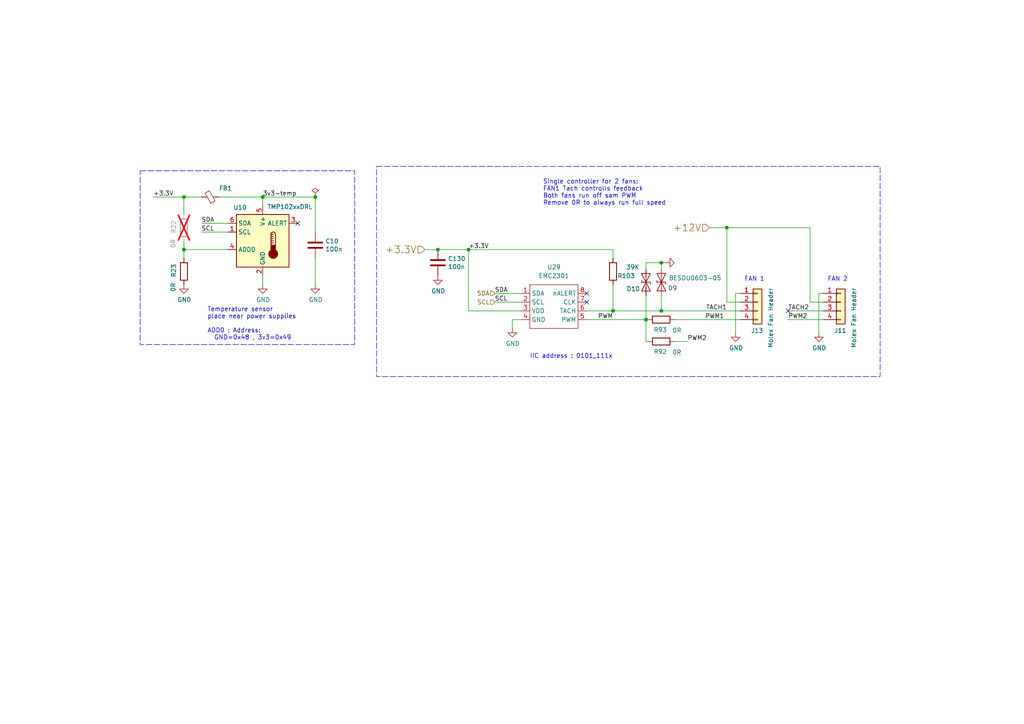
<source format=kicad_sch>
(kicad_sch (version 20231120) (generator "eeschema") (generator_version "8.0")
  (paper "A4")
  (title_block (title "Hexa-Pi") (date "2024-01/02") (rev "1.0") (company "Coxyz") (comment 1 "fjc"))
  (lib_symbols
    (symbol "CM4IO:EMC2301"
      (property "Reference" "U" (at -7.62 13.97 0))
      (property "Value" "EMC2301" (at -1.27 -1.27 0))
      (symbol "EMC2301_0_0"
        (pin open_collector line (at -11.43 10.16 0) (length 2.54) (name "SDA") (number "1"))
        (pin open_collector line (at -11.43 7.62 0) (length 2.54) (name "SCL") (number "2"))
        (pin power_in line (at -11.43 5.08 0) (length 2.54) (name "VDD") (number "3"))
        (pin power_in line (at -11.43 2.54 0) (length 2.54) (name "GND") (number "4"))
        (pin output line (at 7.62 2.54 180) (length 2.54) (name "PWM") (number "5"))
        (pin input line (at 7.62 5.08 180) (length 2.54) (name "TACH") (number "6"))
        (pin input line (at 7.62 7.62 180) (length 2.54) (name "CLK") (number "7"))
        (pin open_collector line (at 7.62 10.16 180) (length 2.54) (name "nALERT") (number "8"))
      )
      (symbol "EMC2301_0_1"
        (rectangle (start -8.89 12.7) (end 5.08 0))
      )
    )
    (symbol "CM4IO:ESD-DIODE" (pin_numbers hide) (pin_names (offset 1.016) hide)
      (property "Reference" "D" (at 0 2.54 0))
      (property "Value" "BESDU0603-05 " (at 0 -2.54 0))
      (symbol "ESD-DIODE_0_1"
        (polyline (pts (xy 1.27 0) (xy -1.27 0)))
        (polyline (pts (xy -2.54 -1.27) (xy 0 0) (xy -2.54 1.27) (xy -2.54 -1.27)) (stroke (width 0.2032)))
        (polyline (pts (xy 0.508 1.27) (xy 0 1.27) (xy 0 -1.27) (xy -0.508 -1.27)) (stroke (width 0.2032)))
        (polyline (pts (xy 2.54 1.27) (xy 2.54 -1.27) (xy 0 0) (xy 2.54 1.27)) (stroke (width 0.2032)))
      )
      (symbol "ESD-DIODE_1_1"
        (pin passive line (at -3.81 0 0) (length 2.54) (name "A1") (number "1"))
        (pin passive line (at 3.81 0 180) (length 2.54) (name "A2") (number "2"))
      )
    )
    (symbol "Connector_Generic:Conn_01x04" (pin_names (offset 1.016) hide)
      (property "Reference" "J" (at 0 5.08 0))
      (property "Value" "Conn_01x04" (at 0 -7.62 0))
      (symbol "Conn_01x04_1_1"
        (rectangle (start -1.27 -4.953) (end 0 -5.207) (stroke (width 0.1524)))
        (rectangle (start -1.27 -2.413) (end 0 -2.667) (stroke (width 0.1524)))
        (rectangle (start -1.27 0.127) (end 0 -0.127) (stroke (width 0.1524)))
        (rectangle (start -1.27 2.667) (end 0 2.413) (stroke (width 0.1524)))
        (rectangle (start -1.27 3.81) (end 1.27 -6.35) (stroke (width 0.254)) (fill (type background)))
        (pin passive line (at -5.08 2.54 0) (length 3.81) (name "Pin_1") (number "1"))
        (pin passive line (at -5.08 0 0) (length 3.81) (name "Pin_2") (number "2"))
        (pin passive line (at -5.08 -2.54 0) (length 3.81) (name "Pin_3") (number "3"))
        (pin passive line (at -5.08 -5.08 0) (length 3.81) (name "Pin_4") (number "4"))
      )
    )
    (symbol "Device:C" (pin_numbers hide) (pin_names (offset 0.254))
      (property "Reference" "C" (at 0.635 2.54 0))
      (property "Value" "C" (at 0.635 -2.54 0))
      (symbol "C_0_1"
        (polyline (pts (xy -2.032 -0.762) (xy 2.032 -0.762)) (stroke (width 0.508)))
        (polyline (pts (xy -2.032 0.762) (xy 2.032 0.762)) (stroke (width 0.508)))
      )
      (symbol "C_1_1"
        (pin passive line (at 0 3.81 270) (length 2.794) (name "~") (number "1"))
        (pin passive line (at 0 -3.81 90) (length 2.794) (name "~") (number "2"))
      )
    )
    (symbol "Device:FerriteBead_Small" (pin_numbers hide) (pin_names (offset 0))
      (property "Reference" "FB" (at 1.905 1.27 0))
      (property "Value" "FerriteBead_Small" (at 1.905 -1.27 0))
      (symbol "FerriteBead_Small_0_1"
        (polyline (pts (xy 0 -1.27) (xy 0 -0.7874)))
        (polyline (pts (xy 0 0.889) (xy 0 1.2954)))
        (polyline (pts (xy -1.8288 0.2794) (xy -1.1176 1.4986) (xy 1.8288 -0.2032) (xy 1.1176 -1.4224) (xy -1.8288 0.2794)))
      )
      (symbol "FerriteBead_Small_1_1"
        (pin passive line (at 0 2.54 270) (length 1.27) (name "~") (number "1"))
        (pin passive line (at 0 -2.54 90) (length 1.27) (name "~") (number "2"))
      )
    )
    (symbol "Device:R" (pin_numbers hide) (pin_names (offset 0))
      (property "Reference" "R" (at 2.032 0 90))
      (property "Value" "R" (at 0 0 90))
      (symbol "R_0_1"
        (rectangle (start -1.016 -2.54) (end 1.016 2.54) (stroke (width 0.254)))
      )
      (symbol "R_1_1"
        (pin passive line (at 0 3.81 270) (length 1.27) (name "~") (number "1"))
        (pin passive line (at 0 -3.81 90) (length 1.27) (name "~") (number "2"))
      )
    )
    (symbol "Sensor_Temperature:TMP102xxDRL"
      (property "Reference" "U" (at -2.54 10.795 0))
      (property "Value" "TMP102xxDRL" (at -2.54 8.89 0))
      (symbol "TMP102xxDRL_0_1"
        (rectangle (start -7.62 7.62) (end 7.62 -7.62) (stroke (width 0.254)) (fill (type background)))
      )
      (symbol "TMP102xxDRL_1_1"
        (polyline (pts (xy 2.413 -0.635) (xy 3.048 -0.635)) (stroke (width 0.254)))
        (polyline (pts (xy 2.413 0) (xy 3.048 0)) (stroke (width 0.254)))
        (polyline (pts (xy 2.413 0.635) (xy 3.048 0.635)) (stroke (width 0.254)))
        (polyline (pts (xy 2.413 1.27) (xy 3.048 1.27)) (stroke (width 0.254)))
        (polyline (pts (xy 2.413 1.905) (xy 2.413 -1.27)) (stroke (width 0.254)))
        (polyline (pts (xy 2.413 1.905) (xy 3.048 1.905)) (stroke (width 0.254)))
        (polyline (pts (xy 3.683 1.905) (xy 3.683 -1.27)) (stroke (width 0.254)))
        (circle (center 3.048 -3.81) (radius 1.27) (stroke (width 0.254)) (fill (type outline)))
        (rectangle (start 3.683 -3.175) (end 2.413 -1.27) (stroke (width 0.254)) (fill (type outline)))
        (arc (start 3.683 1.905) (mid 3.048 2.5373) (end 2.413 1.905) (stroke (width 0.254)))
        (pin input line (at -10.16 2.54 0) (length 2.54) (name "SCL") (number "1"))
        (pin power_in line (at 0 -10.16 90) (length 2.54) (name "GND") (number "2"))
        (pin open_collector line (at 10.16 5.08 180) (length 2.54) (name "ALERT") (number "3"))
        (pin input line (at -10.16 -2.54 0) (length 2.54) (name "ADD0") (number "4"))
        (pin power_in line (at 0 10.16 270) (length 2.54) (name "V+") (number "5"))
        (pin bidirectional line (at -10.16 5.08 0) (length 2.54) (name "SDA") (number "6"))
      )
    )
    (symbol "power:GND" (power) (pin_names (offset 0))
      (property "Value" "GND" (at 0 -3.81 0))
      (symbol "GND_0_1"
        (polyline (pts (xy 0 0) (xy 0 -1.27) (xy 1.27 -1.27) (xy 0 -2.54) (xy -1.27 -1.27) (xy 0 -1.27)))
      )
      (symbol "GND_1_1"
        (pin power_in line (at 0 0 270) (length 0) hide (name "GND") (number "1"))
      )
    )
    (symbol "power:PWR_FLAG" (power) (pin_numbers hide) (pin_names (offset 0) hide)
      (property "Value" "PWR_FLAG" (at 0 3.81 0))
      (symbol "PWR_FLAG_0_0"
        (pin power_out line (at 0 0 90) (length 0) (name "pwr") (number "1"))
      )
      (symbol "PWR_FLAG_0_1"
        (polyline (pts (xy 0 0) (xy 0 1.27) (xy -1.016 1.905) (xy 0 2.54) (xy 1.016 1.905) (xy 0 1.27)))
      )
    )
  )
  (junction (at 53.34 72.39))
  (junction (at 210.82 66.04) (diameter 0.9144))
  (junction (at 177.8 90.17))
  (junction (at 191.8142 90.17))
  (junction (at 76.2 57.15))
  (junction (at 135.89 72.39))
  (junction (at 187.3523 92.71))
  (junction (at 53.34 57.15))
  (junction (at 191.8201 76.2118))
  (junction (at 127 72.39))
  (junction (at 91.44 57.15))
  (junction (at 187.3609 92.71))
  (no_connect (at 86.36 64.77))
  (no_connect (at 170.18 85.09))
  (no_connect (at 228.6 90.17))
  (no_connect (at 170.18 87.63))
  (wire (pts (xy 63.5 57.15) (xy 76.2 57.15)))
  (wire (pts (xy 177.8 90.17) (xy 191.8142 90.17)))
  (wire (pts (xy 151.13 85.09) (xy 143.51 85.09)))
  (wire (pts (xy 214.63 85.09) (xy 213.36 85.09)))
  (wire (pts (xy 170.18 92.71) (xy 187.3523 92.71)))
  (wire (pts (xy 66.04 64.77) (xy 58.42 64.77)))
  (wire (pts (xy 228.6 90.17) (xy 238.76 90.17)))
  (wire (pts (xy 66.04 67.31) (xy 58.42 67.31)))
  (wire (pts (xy 123.19 72.39) (xy 127 72.39)))
  (wire (pts (xy 53.34 57.15) (xy 58.42 57.15)))
  (wire (pts (xy 135.89 72.39) (xy 135.89 90.17)))
  (wire (pts (xy 177.8 72.39) (xy 177.8 74.93)))
  (wire (pts (xy 191.8142 85.6516) (xy 191.8201 85.6516)))
  (wire (pts (xy 210.82 66.04) (xy 210.82 87.63)))
  (wire (pts (xy 187.3609 92.71) (xy 187.96 92.71)))
  (wire (pts (xy 135.89 72.39) (xy 177.8 72.39)))
  (wire (pts (xy 187.3523 92.71) (xy 187.3523 99.06)))
  (wire (pts (xy 187.3523 99.06) (xy 187.96 99.06)))
  (wire (pts (xy 191.8201 76.2118) (xy 191.8201 76.2)))
  (wire (pts (xy 187.3523 92.71) (xy 187.3609 92.71)))
  (wire (pts (xy 187.3637 76.2118) (xy 191.8201 76.2118)))
  (wire (pts (xy 238.76 87.63) (xy 234.95 87.63)))
  (wire (pts (xy 193.04 76.2) (xy 191.8201 76.2)))
  (wire (pts (xy 195.58 99.06) (xy 199.39 99.06)))
  (wire (pts (xy 91.44 57.15) (xy 91.44 67.31)))
  (wire (pts (xy 177.8 82.55) (xy 177.8 90.17)))
  (wire (pts (xy 191.8142 90.17) (xy 191.8142 85.6516)))
  (wire (pts (xy 53.34 72.39) (xy 66.04 72.39)))
  (wire (pts (xy 53.34 62.23) (xy 53.34 57.15)))
  (wire (pts (xy 151.13 92.71) (xy 148.5956 92.71)))
  (wire (pts (xy 127 72.39) (xy 135.89 72.39)))
  (wire (pts (xy 187.3609 78.0573) (xy 187.3637 76.2118)))
  (wire (pts (xy 191.8142 90.17) (xy 214.63 90.17)))
  (wire (pts (xy 213.36 85.09) (xy 213.36 96.52)))
  (wire (pts (xy 228.6 92.71) (xy 238.76 92.71)))
  (wire (pts (xy 135.89 90.17) (xy 151.13 90.17)))
  (wire (pts (xy 170.18 90.17) (xy 177.8 90.17)))
  (wire (pts (xy 187.3609 85.6773) (xy 187.3609 92.71)))
  (wire (pts (xy 210.82 66.04) (xy 205.74 66.04)))
  (wire (pts (xy 76.2 57.15) (xy 76.2 59.69)))
  (wire (pts (xy 148.5956 92.71) (xy 148.5956 95.259)))
  (wire (pts (xy 151.13 87.63) (xy 143.51 87.63)))
  (wire (pts (xy 210.82 66.04) (xy 234.95 66.04)))
  (wire (pts (xy 53.34 72.39) (xy 53.34 74.93)))
  (wire (pts (xy 237.49 85.09) (xy 237.49 96.52)))
  (wire (pts (xy 76.2 82.55) (xy 76.2 80.01)))
  (wire (pts (xy 53.34 69.85) (xy 53.34 72.39)))
  (wire (pts (xy 76.2 57.15) (xy 91.44 57.15)))
  (wire (pts (xy 191.8201 78.0316) (xy 191.8201 76.2118)))
  (wire (pts (xy 214.63 87.63) (xy 210.82 87.63)))
  (wire (pts (xy 238.76 85.09) (xy 237.49 85.09)))
  (wire (pts (xy 91.44 82.55) (xy 91.44 74.93)))
  (wire (pts (xy 44.45 57.15) (xy 53.34 57.15)))
  (wire (pts (xy 195.58 92.71) (xy 214.63 92.71)))
  (wire (pts (xy 234.95 66.04) (xy 234.95 87.63)))
  (rectangle (start 109.22 48.26) (end 255.27 109.22) (stroke (width 0) (type dash)))
  (rectangle (start 40.64 49.53) (end 102.87 99.93) (stroke (width 0) (type dash)))
  (text "FAN 1\n\n" (at 215.9 83.82 0) (effects (font (size 1.27 1.27)) (justify left bottom)))
  (text "Temperature sensor\nplace near power supplies\n\nADD0 : Address:\n  GND=0x48 , 3v3=0x49\n" (at 60.1416 98.77 0) (effects (font (size 1.27 1.27)) (justify left bottom)))
  (text "FAN 2\n\n" (at 240.03 83.82 0) (effects (font (size 1.27 1.27)) (justify left bottom)))
  (text "Single controller for 2 fans:\nFAN1 Tach controlls feedback\nBoth fans run off sam PWM\nRemove 0R to always run full speed" (at 157.48 59.69 0) (effects (font (size 1.27 1.27)) (justify left bottom)))
  (text "IIC address : 0101_111x" (at 153.67 104.14 0) (effects (font (size 1.27 1.27)) (justify left bottom)))
  (label "3v3-temp" (at 76.2 57.15 0))
  (label "+3.3V" (at 135.89 72.39 0))
  (label "+3.3V" (at 44.45 57.15 0))
  (label "SCL" (at 143.51 87.63 0))
  (label "SDA" (at 143.51 85.09 0))
  (label "SDA" (at 58.42 64.77 0))
  (label "PWM" (at 177.8 92.71 180))
  (label "PWM2" (at 228.6 92.71 0))
  (label "PWM1" (at 204.47 92.71 0))
  (label "TACH2" (at 228.6 90.17 0))
  (label "PWM2" (at 199.39 99.06 0))
  (label "SCL" (at 58.42 67.31 0))
  (label "TACH1" (at 210.82 90.17 180))
  (hierarchical_label "SCL" (shape input) (at 143.51 87.63 180))
  (hierarchical_label "+12V" (shape input) (at 205.74 66.04 180) (effects (font (size 2.0066 2.0066))))
  (hierarchical_label "SDA" (shape input) (at 143.51 85.09 180))
  (hierarchical_label "+3.3V" (shape input) (at 123.19 72.39 180) (effects (font (size 2.0066 2.0066))))
  (symbol (lib_id "power:GND") (at 53.34 82.55 0) (unit 1)
    (property "Reference" "#PWR0107" (effects (hide yes)))
    (property "Value" "GND" (at 53.467 86.9442 0))
  )
  (symbol (lib_id "Connector_Generic:Conn_01x04") (at 243.84 87.63 0) (unit 1)
    (property "Reference" "J11" (at 241.935 95.885 0) (effects (justify left)))
    (property "Value" "Molex Fan Header" (at 247.65 100.965 90) (effects (justify left)))
    (property "Footprint" "Connector:FanPinHeader_1x04_P2.54mm_Vertical" (effects (hide yes)))
    (property "Special" "TH" (effects (hide yes)))
    (property "LCSC Part #" "C240840" (effects (hide yes)))
    (property "Manuf Partno" "470531000" (effects (hide yes)))
    (property "Part Description" "1x4P 4P 1 2.54mm 4 Straight Fan Connector" (effects (hide yes)))
  )
  (symbol (lib_id "Device:R") (at 191.77 92.71 270) (unit 1)
    (property "Reference" "R93" (at 191.5111 95.6444 90))
    (property "Value" "0R" (at 196.3442 95.817 90))
    (property "Footprint" "Resistor_SMD:R_0603_1608Metric" (effects (hide yes)))
    (property "LCSC Part #" "C21189" (effects (hide yes)))
    (property "Part Description" "100mW ±1% 0Ω 0603 Chip Resistor - Surface Mount" (effects (hide yes)))
  )
  (symbol (lib_id "power:GND") (at 76.2 82.55 0) (unit 1)
    (property "Reference" "#PWR0108" (effects (hide yes)))
    (property "Value" "GND" (at 76.327 86.9442 0))
  )
  (symbol (lib_id "CM4IO:ESD-DIODE") (at 191.8201 81.8416 270) (unit 1)
    (property "Reference" "D9" (at 193.7194 83.5858 90) (effects (justify left)))
    (property "Value" "BESDU0603-05" (at 193.96 80.6299 90) (effects (justify left)))
    (property "Footprint" "Diode_SMD:D_0603_1608Metric" (effects (hide yes)))
    (property "Datasheet" "https://wmsc.lcsc.com/wmsc/upload/file/pdf/v2/lcsc/2004231802_BORN-BESDU0603-05_C512307.pdf" (effects (hide yes)))
    (property "Description" "BORN ESD protection diode, 5.0Vrwm, 0603" (effects (hide yes)))
    (property "LCSC Part #" "C512307" (effects (hide yes)))
    (property "Part Description" "ESC Protection Diode 0603" (effects (hide yes)))
  )
  (symbol (lib_id "power:GND") (at 127 80.01 0) (unit 1)
    (property "Reference" "#PWR0136" (effects (hide yes)))
    (property "Value" "GND" (at 127.127 84.4042 0))
  )
  (symbol (lib_id "CM4IO:ESD-DIODE") (at 187.3609 81.8673 270) (unit 1)
    (property "Reference" "D10" (at 181.7096 83.7824 90) (effects (justify left)))
    (property "Value" "BESDU0603-05" (effects (hide yes)))
    (property "Footprint" "Diode_SMD:D_0603_1608Metric" (effects (hide yes)))
    (property "Datasheet" "https://wmsc.lcsc.com/wmsc/upload/file/pdf/v2/lcsc/2004231802_BORN-BESDU0603-05_C512307.pdf" (effects (hide yes)))
    (property "Description" "BORN ESD protection diode, 5.0Vrwm, 0603" (effects (hide yes)))
    (property "LCSC Part #" "C512307" (effects (hide yes)))
    (property "Part Description" "ESC Protection Diode 0603" (effects (hide yes)))
  )
  (symbol (lib_id "power:GND") (at 91.44 82.55 0) (unit 1)
    (property "Reference" "#PWR0109" (effects (hide yes)))
    (property "Value" "GND" (at 91.567 86.9442 0))
  )
  (symbol (lib_id "Device:R") (at 53.34 78.74 180) (unit 1)
    (property "Reference" "R23" (at 50.4056 78.4811 90))
    (property "Value" "0R" (at 50.233 83.3142 90))
    (property "Footprint" "Resistor_SMD:R_0603_1608Metric_Pad0.98x0.95mm_HandSolder" (effects (hide yes)))
    (property "LCSC Part #" "C21189" (effects (hide yes)))
    (property "Part Description" "100mW ±1% 0Ω 0603 Chip Resistor - Surface Mount" (effects (hide yes)))
  )
  (symbol (lib_id "Device:C") (at 91.44 71.12 0) (unit 1)
    (property "Reference" "C10" (at 94.361 69.9516 0) (effects (justify left)))
    (property "Value" "100n" (at 94.361 72.263 0) (effects (justify left)))
    (property "Footprint" "Capacitor_SMD:C_0402_1005Metric" (effects (hide yes)))
    (property "Datasheet" "https://search.murata.co.jp/Ceramy/image/img/A01X/G101/ENG/GRM21BR71A106KA73-01.pdf" (effects (hide yes)))
    (property "LCSC Part #" "C1525" (effects (hide yes)))
    (property "Part Description" "50V 100nF X7R ±10% 0402 Multilayer Ceramic Capacitors MLCC" (effects (hide yes)))
  )
  (symbol (lib_id "Device:R") (at 177.8 78.74 180) (unit 1)
    (property "Reference" "R103" (at 181.61 80.01 0))
    (property "Value" "39K" (at 183.515 77.47 0))
    (property "Footprint" "Resistor_SMD:R_0603_1608Metric" (effects (hide yes)))
    (property "LCSC Part #" "C23153" (effects (hide yes)))
    (property "Part Description" "100mW ±1% 39kΩ 0603 Chip Resistor - Surface Mount" (effects (hide yes)))
  )
  (symbol (lib_id "Sensor_Temperature:TMP102xxDRL") (at 76.2 69.85 0) (unit 1)
    (property "Reference" "U10" (at 69.6299 60.1914 0))
    (property "Value" "TMP102xxDRL" (at 84.0914 59.9924 0))
    (property "Footprint" "Package_TO_SOT_SMD:SOT-563" (effects (hide yes)))
    (property "Datasheet" "https://www.ti.com/lit/ds/symlink/tmp102.pdf" (effects (hide yes)))
    (property "Part Description" "TEMP SENSOR I2C SOT-563" (effects (hide yes)))
    (property "LCSC Part #" "C99269" (effects (hide yes)))
  )
  (symbol (lib_id "Connector_Generic:Conn_01x04") (at 219.71 87.63 0) (unit 1)
    (property "Reference" "J13" (at 217.805 95.885 0) (effects (justify left)))
    (property "Value" "Molex Fan Header" (at 223.52 100.965 90) (effects (justify left)))
    (property "Footprint" "Connector:FanPinHeader_1x04_P2.54mm_Vertical" (effects (hide yes)))
    (property "Special" "TH" (effects (hide yes)))
    (property "LCSC Part #" "C240840" (effects (hide yes)))
    (property "Manuf Partno" "470531000" (effects (hide yes)))
    (property "Part Description" "1x4P 4P 1 2.54mm 4 Straight Fan Connector" (effects (hide yes)))
  )
  (symbol (lib_id "power:PWR_FLAG") (at 91.44 57.15 0) (unit 1)
    (property "Reference" "#FLG015" (effects (hide yes)))
    (property "Value" "PWR_FLAG" (effects (hide yes)))
  )
  (symbol (lib_id "power:GND") (at 148.5956 95.259 0) (unit 1)
    (property "Reference" "#PWR0137" (effects (hide yes)))
    (property "Value" "GND" (at 148.7226 99.6532 0))
  )
  (symbol (lib_id "power:GND") (at 237.49 96.52 0) (unit 1)
    (property "Reference" "#PWR0139" (effects (hide yes)))
    (property "Value" "GND" (at 237.617 100.9142 0))
  )
  (symbol (lib_id "Device:FerriteBead_Small") (at 60.96 57.15 90) (mirror x) (unit 1)
    (property "Reference" "FB1" (at 63.5 54.61 90) (effects (justify right)))
    (property "Value" "FerriteBead_Small" (effects (hide yes)))
    (property "Footprint" "Resistor_SMD:R_0603_1608Metric" (effects (hide yes)))
    (property "Datasheet" "https://www.chilisin.com/upload/media/product/emi_bead/file/BBPY_Series.pdf" (effects (hide yes)))
    (property "LCSC Part #" "C1002" (effects (hide yes)))
    (property "Part Description" "450mΩ ±25% 600Ω@100MHz 0603 Ferrite Bead" (effects (hide yes)))
  )
  (symbol (lib_id "power:GND") (at 213.36 96.52 0) (unit 1)
    (property "Reference" "#PWR0138" (effects (hide yes)))
    (property "Value" "GND" (at 213.487 100.9142 0))
  )
  (symbol (lib_id "Device:R") (at 191.77 99.06 270) (unit 1)
    (property "Reference" "R92" (at 191.5111 101.9944 90))
    (property "Value" "0R" (at 196.3442 102.167 90))
    (property "Footprint" "Resistor_SMD:R_0603_1608Metric" (effects (hide yes)))
    (property "LCSC Part #" "C21189" (effects (hide yes)))
    (property "Part Description" "100mW ±1% 0Ω 0603 Chip Resistor - Surface Mount" (effects (hide yes)))
  )
  (symbol (lib_id "Device:C") (at 127 76.2 0) (unit 1)
    (property "Reference" "C130" (at 129.921 75.0316 0) (effects (justify left)))
    (property "Value" "100n" (at 129.921 77.343 0) (effects (justify left)))
    (property "Footprint" "Capacitor_SMD:C_0402_1005Metric" (effects (hide yes)))
    (property "Datasheet" "https://search.murata.co.jp/Ceramy/image/img/A01X/G101/ENG/GRM21BR71A106KA73-01.pdf" (effects (hide yes)))
    (property "LCSC Part #" "C1525" (effects (hide yes)))
    (property "Part Description" "50V 100nF X7R ±10% 0402 Multilayer Ceramic Capacitors MLCC" (effects (hide yes)))
  )
  (symbol (lib_id "Device:R") (at 53.34 66.04 180) (unit 1) (dnp yes)
    (property "Reference" "R22" (at 50.4056 65.7811 90))
    (property "Value" "0R" (at 50.233 70.6142 90))
    (property "Footprint" "Resistor_SMD:R_0603_1608Metric_Pad0.98x0.95mm_HandSolder" (effects (hide yes)))
    (property "LCSC Part #" "C21189" (effects (hide yes)))
    (property "Part Description" "100mW ±1% 0Ω 0603 Chip Resistor - Surface Mount" (effects (hide yes)))
    (property "Special" "DNP" (effects (hide yes)))
  )
  (symbol (lib_id "power:GND") (at 193.04 76.2 90) (unit 1)
    (property "Reference" "#PWR079" (effects (hide yes)))
    (property "Value" "GND" (effects (hide yes)))
  )
  (symbol (lib_id "CM4IO:EMC2301") (at 162.56 95.25 0) (unit 1)
    (property "Reference" "U29" (at 160.655 77.47 0))
    (property "Value" "EMC2301" (at 160.655 80.01 0))
    (property "Footprint" "Package_SO:MSOP-8_3x3mm_P0.65mm" (effects (hide yes)))
    (property "Datasheet" "https://ww1.microchip.com/downloads/en/DeviceDoc/2301.pdf" (effects (hide yes)))
    (property "Part Description" "3V~3.6V PWM MSOP-8 Motor Driver IC" (effects (hide yes)))
    (property "LCSC Part #" "C148036" (effects (hide yes)))
  )
)
</source>
